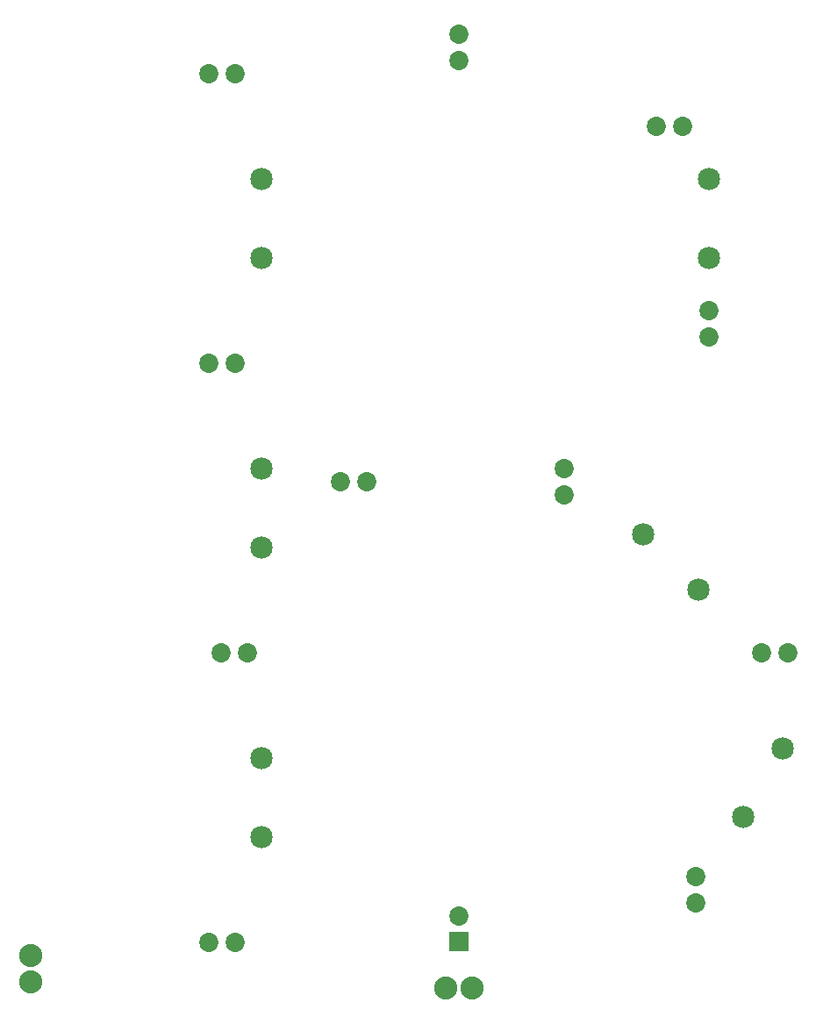
<source format=gts>
G04 MADE WITH FRITZING*
G04 WWW.FRITZING.ORG*
G04 DOUBLE SIDED*
G04 HOLES PLATED*
G04 CONTOUR ON CENTER OF CONTOUR VECTOR*
%ASAXBY*%
%FSLAX23Y23*%
%MOIN*%
%OFA0B0*%
%SFA1.0B1.0*%
%ADD10C,0.072992*%
%ADD11C,0.085000*%
%ADD12C,0.088000*%
%ADD13R,0.072992X0.072992*%
%ADD14C,0.025748*%
%LNMASK1*%
G90*
G70*
G54D10*
X1733Y3735D03*
X1733Y3637D03*
X1382Y2037D03*
X1283Y2037D03*
X2683Y2685D03*
X2683Y2587D03*
X2133Y2085D03*
X2133Y1987D03*
X2982Y1387D03*
X2883Y1387D03*
X2633Y535D03*
X2633Y437D03*
X1733Y289D03*
X1733Y387D03*
X2485Y3387D03*
X2583Y3387D03*
X785Y3587D03*
X883Y3587D03*
X785Y2487D03*
X883Y2487D03*
X830Y1387D03*
X929Y1387D03*
X785Y287D03*
X883Y287D03*
G54D11*
X983Y2087D03*
X983Y1787D03*
X2433Y1837D03*
X2645Y1625D03*
X2814Y763D03*
X2964Y1023D03*
X2683Y3187D03*
X2683Y2887D03*
X983Y3187D03*
X983Y2887D03*
X983Y987D03*
X983Y687D03*
G54D12*
X108Y237D03*
X108Y137D03*
X1783Y112D03*
X1683Y112D03*
G54D13*
X1733Y289D03*
G54D14*
G36*
X1710Y3712D02*
X1710Y3759D01*
X1757Y3759D01*
X1757Y3712D01*
X1710Y3712D01*
G37*
D02*
G36*
X1358Y2061D02*
X1405Y2061D01*
X1405Y2013D01*
X1358Y2013D01*
X1358Y2061D01*
G37*
D02*
G36*
X2660Y2662D02*
X2660Y2709D01*
X2707Y2709D01*
X2707Y2662D01*
X2660Y2662D01*
G37*
D02*
G36*
X2110Y2062D02*
X2110Y2109D01*
X2157Y2109D01*
X2157Y2062D01*
X2110Y2062D01*
G37*
D02*
G36*
X2958Y1411D02*
X3005Y1411D01*
X3005Y1363D01*
X2958Y1363D01*
X2958Y1411D01*
G37*
D02*
G36*
X2610Y512D02*
X2610Y559D01*
X2657Y559D01*
X2657Y512D01*
X2610Y512D01*
G37*
D02*
G36*
X2509Y3363D02*
X2461Y3363D01*
X2461Y3411D01*
X2509Y3411D01*
X2509Y3363D01*
G37*
D02*
G36*
X809Y3563D02*
X761Y3563D01*
X761Y3611D01*
X809Y3611D01*
X809Y3563D01*
G37*
D02*
G36*
X809Y2463D02*
X761Y2463D01*
X761Y2511D01*
X809Y2511D01*
X809Y2463D01*
G37*
D02*
G36*
X854Y1363D02*
X807Y1363D01*
X807Y1411D01*
X854Y1411D01*
X854Y1363D01*
G37*
D02*
G36*
X809Y263D02*
X761Y263D01*
X761Y311D01*
X809Y311D01*
X809Y263D01*
G37*
D02*
G04 End of Mask1*
M02*
</source>
